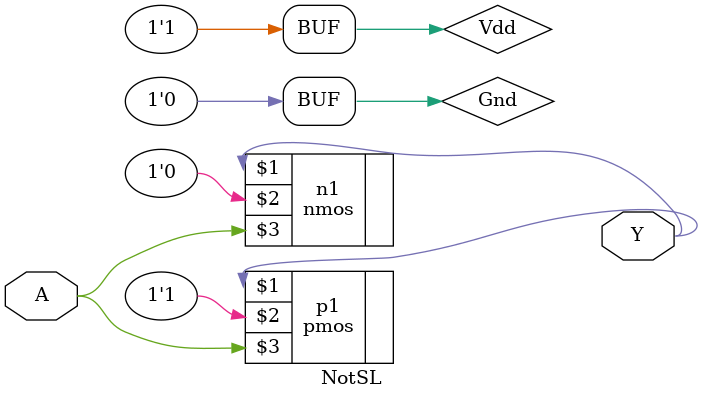
<source format=v>
module NotSL(A,Y);
input A;
output Y;
supply1 Vdd;
supply0 Gnd;
pmos p1(Y,Vdd,A);
nmos n1(Y,Gnd,A);
endmodule


</source>
